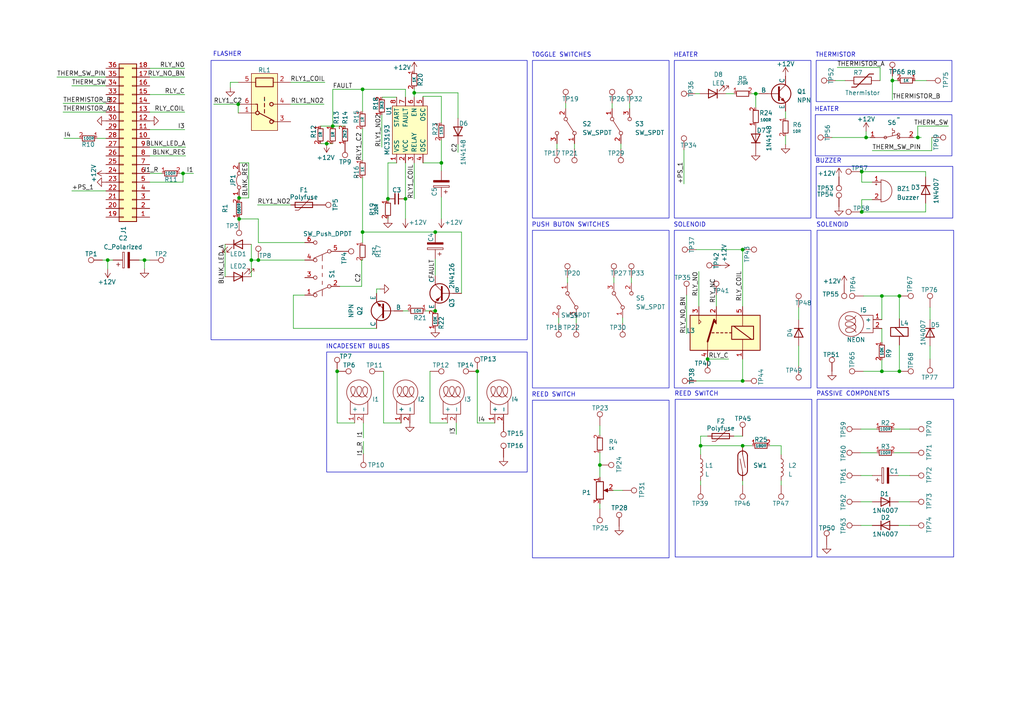
<source format=kicad_sch>
(kicad_sch (version 20230121) (generator eeschema)
  (paper "A4")
  (junction (at 41.91 75.438))
  (junction (at 203.2 129.286))
  (junction (at 260.858 85.852))
  (junction (at 69.088 30.226))
  (junction (at 69.342 63.5))
  (junction (at 126.238 67.31))
  (junction (at 96.52 36.576))
  (junction (at 219.202 27.178))
  (junction (at 255.778 107.696))
  (junction (at 260.858 107.696))
  (junction (at 128.016 47.244))
  (junction (at 74.93 75.438))
  (junction (at 215.392 72.39))
  (junction (at 215.392 129.286))
  (junction (at 251.206 39.878))
  (junction (at 126.238 90.17))
  (junction (at 112.522 57.658))
  (junction (at 105.156 25.908))
  (junction (at 120.142 26.924))
  (junction (at 72.898 75.438))
  (junction (at 105.156 67.31))
  (junction (at 69.342 57.404))
  (junction (at 258.826 23.368))
  (junction (at 255.778 85.852))
  (junction (at 249.936 49.784))
  (junction (at 215.392 110.49))
  (junction (at 138.43 107.696))
  (junction (at 266.192 39.878))
  (junction (at 117.602 57.658))
  (junction (at 205.232 104.14))
  (junction (at 31.242 75.438))
  (junction (at 53.086 50.292))
  (junction (at 94.742 41.656))
  (junction (at 97.79 107.696))
  (junction (at 249.936 61.468))
  (junction (at 173.99 134.874))
  (wire (pts (xy 138.43 122.682) (xy 138.43 107.696)))
  (wire (pts (xy 198.374 43.434) (xy 198.374 53.34)))
  (wire (pts (xy 164.592 80.518) (xy 164.592 82.042)))
  (wire (pts (xy 255.778 107.696) (xy 260.858 107.696)))
  (wire (pts (xy 105.41 128.016) (xy 105.41 131.572)))
  (wire (pts (xy 105.156 37.338) (xy 105.156 46.482)))
  (wire (pts (xy 255.27 23.368) (xy 255.27 19.558)))
  (wire (pts (xy 96.52 36.576) (xy 100.076 36.576)))
  (wire (pts (xy 249.682 137.922) (xy 252.984 137.922)))
  (wire (pts (xy 251.206 39.878) (xy 252.476 39.878)))
  (wire (pts (xy 227.838 39.37) (xy 227.838 41.91)))
  (wire (pts (xy 120.142 47.244) (xy 120.142 57.658)))
  (wire (pts (xy 173.99 134.874) (xy 173.99 138.43)))
  (wire (pts (xy 161.544 41.656) (xy 161.544 43.18)))
  (wire (pts (xy 105.156 67.31) (xy 105.156 70.358)))
  (wire (pts (xy 126.238 75.184) (xy 126.238 80.01)))
  (wire (pts (xy 74.93 75.438) (xy 88.392 75.438)))
  (wire (pts (xy 178.054 80.518) (xy 178.054 82.042)))
  (wire (pts (xy 84.328 23.876) (xy 94.234 23.876)))
  (wire (pts (xy 96.52 36.576) (xy 96.52 25.908)))
  (wire (pts (xy 72.898 70.866) (xy 72.898 75.438)))
  (wire (pts (xy 109.22 83.82) (xy 109.22 85.09)))
  (wire (pts (xy 43.434 37.592) (xy 53.594 37.592)))
  (wire (pts (xy 203.2 129.286) (xy 215.392 129.286)))
  (wire (pts (xy 40.386 75.438) (xy 41.91 75.438)))
  (wire (pts (xy 56.134 50.292) (xy 53.086 50.292)))
  (wire (pts (xy 128.016 35.56) (xy 128.016 27.94)))
  (wire (pts (xy 177.8 142.24) (xy 180.594 142.24)))
  (wire (pts (xy 116.84 90.17) (xy 118.364 90.17)))
  (wire (pts (xy 166.624 41.656) (xy 166.624 43.18)))
  (wire (pts (xy 105.41 127) (xy 105.41 122.682)))
  (wire (pts (xy 215.392 139.446) (xy 215.392 140.716)))
  (wire (pts (xy 31.242 75.438) (xy 32.766 75.438)))
  (wire (pts (xy 92.964 41.656) (xy 94.742 41.656)))
  (wire (pts (xy 249.428 49.784) (xy 249.936 49.784)))
  (wire (pts (xy 138.43 122.682) (xy 143.51 122.682)))
  (wire (pts (xy 199.136 96.774) (xy 199.136 85.598)))
  (wire (pts (xy 251.206 38.1) (xy 251.206 39.878)))
  (wire (pts (xy 69.088 30.226) (xy 69.088 32.766)))
  (wire (pts (xy 255.778 95.25) (xy 255.778 99.314)))
  (wire (pts (xy 180.086 41.656) (xy 180.086 43.18)))
  (wire (pts (xy 249.936 52.832) (xy 252.984 52.832)))
  (wire (pts (xy 203.2 131.826) (xy 203.2 129.286)))
  (wire (pts (xy 117.602 57.658) (xy 117.602 63.5)))
  (wire (pts (xy 203.2 139.446) (xy 203.2 140.716)))
  (wire (pts (xy 203.2 126.492) (xy 205.232 126.492)))
  (wire (pts (xy 72.898 75.438) (xy 72.898 80.264)))
  (wire (pts (xy 128.016 47.244) (xy 122.682 47.244)))
  (wire (pts (xy 266.192 36.576) (xy 266.192 39.878)))
  (wire (pts (xy 43.434 45.212) (xy 53.848 45.212)))
  (wire (pts (xy 72.898 75.438) (xy 74.93 75.438)))
  (wire (pts (xy 269.748 89.154) (xy 269.748 92.71)))
  (wire (pts (xy 18.288 29.972) (xy 30.734 29.972)))
  (wire (pts (xy 69.088 23.876) (xy 66.802 23.876)))
  (wire (pts (xy 120.142 26.924) (xy 132.842 26.924)))
  (wire (pts (xy 249.682 131.318) (xy 254.254 131.318)))
  (wire (pts (xy 30.734 24.892) (xy 20.828 24.892)))
  (wire (pts (xy 249.936 61.468) (xy 268.478 61.468)))
  (wire (pts (xy 43.434 32.512) (xy 53.594 32.512)))
  (wire (pts (xy 255.778 85.852) (xy 260.858 85.852)))
  (wire (pts (xy 126.238 67.31) (xy 133.858 67.31)))
  (wire (pts (xy 275.082 36.576) (xy 266.192 36.576)))
  (wire (pts (xy 43.434 50.292) (xy 46.99 50.292)))
  (wire (pts (xy 74.93 70.358) (xy 74.93 63.5)))
  (wire (pts (xy 28.194 40.132) (xy 30.734 40.132)))
  (wire (pts (xy 259.334 131.318) (xy 263.906 131.318)))
  (wire (pts (xy 266.192 39.878) (xy 267.208 39.878)))
  (wire (pts (xy 162.052 92.202) (xy 162.052 93.726)))
  (wire (pts (xy 41.91 75.438) (xy 43.434 75.438)))
  (wire (pts (xy 84.328 59.436) (xy 74.676 59.436)))
  (wire (pts (xy 102.87 122.682) (xy 97.79 122.682)))
  (wire (pts (xy 211.328 104.14) (xy 205.232 104.14)))
  (wire (pts (xy 249.428 61.468) (xy 249.936 61.468)))
  (wire (pts (xy 61.976 30.226) (xy 69.088 30.226)))
  (wire (pts (xy 128.016 40.64) (xy 128.016 47.244)))
  (wire (pts (xy 260.604 137.922) (xy 263.906 137.922)))
  (wire (pts (xy 242.824 19.558) (xy 255.27 19.558)))
  (wire (pts (xy 260.858 100.076) (xy 260.858 107.696)))
  (wire (pts (xy 259.334 124.46) (xy 263.906 124.46)))
  (wire (pts (xy 249.936 49.784) (xy 249.936 52.832)))
  (wire (pts (xy 201.93 72.39) (xy 215.392 72.39)))
  (wire (pts (xy 177.546 29.972) (xy 177.546 31.496)))
  (wire (pts (xy 69.342 47.244) (xy 72.136 47.244)))
  (wire (pts (xy 268.478 51.308) (xy 268.478 49.784)))
  (wire (pts (xy 258.826 22.098) (xy 258.826 23.368)))
  (wire (pts (xy 258.826 23.368) (xy 258.826 28.956)))
  (wire (pts (xy 249.936 61.468) (xy 249.936 57.912)))
  (wire (pts (xy 255.778 92.71) (xy 255.778 85.852)))
  (wire (pts (xy 260.604 145.542) (xy 263.906 145.542)))
  (wire (pts (xy 250.444 107.696) (xy 255.778 107.696)))
  (wire (pts (xy 249.682 124.46) (xy 254.254 124.46)))
  (wire (pts (xy 173.99 131.318) (xy 173.99 134.874)))
  (wire (pts (xy 252.984 43.688) (xy 270.256 43.688)))
  (wire (pts (xy 105.156 51.562) (xy 105.156 67.31)))
  (wire (pts (xy 215.392 129.286) (xy 218.186 129.286)))
  (wire (pts (xy 201.93 110.49) (xy 215.392 110.49)))
  (wire (pts (xy 43.434 52.832) (xy 53.086 52.832)))
  (wire (pts (xy 105.156 25.908) (xy 105.156 32.258)))
  (wire (pts (xy 132.842 26.924) (xy 132.842 34.29)))
  (wire (pts (xy 249.936 57.912) (xy 252.984 57.912)))
  (wire (pts (xy 85.09 85.598) (xy 85.09 95.25)))
  (wire (pts (xy 96.52 25.908) (xy 105.156 25.908)))
  (wire (pts (xy 250.444 85.852) (xy 255.778 85.852)))
  (wire (pts (xy 88.392 85.598) (xy 85.09 85.598)))
  (wire (pts (xy 249.682 152.4) (xy 252.984 152.4)))
  (wire (pts (xy 53.086 52.832) (xy 53.086 50.292)))
  (wire (pts (xy 110.744 28.194) (xy 115.062 28.194)))
  (wire (pts (xy 226.568 129.286) (xy 226.568 131.826)))
  (wire (pts (xy 268.478 49.784) (xy 249.936 49.784)))
  (wire (pts (xy 173.99 146.05) (xy 173.99 147.574)))
  (wire (pts (xy 203.2 129.286) (xy 203.2 126.492)))
  (wire (pts (xy 133.858 85.09) (xy 133.858 67.31)))
  (wire (pts (xy 201.676 27.178) (xy 202.946 27.178)))
  (wire (pts (xy 202.692 78.74) (xy 202.692 88.9)))
  (wire (pts (xy 97.79 122.682) (xy 97.79 107.696)))
  (wire (pts (xy 164.084 29.972) (xy 164.084 31.496)))
  (wire (pts (xy 231.648 100.33) (xy 231.648 106.172)))
  (wire (pts (xy 128.016 47.244) (xy 128.016 49.53)))
  (wire (pts (xy 85.09 95.25) (xy 109.22 95.25)))
  (wire (pts (xy 227.838 32.258) (xy 227.838 34.29)))
  (wire (pts (xy 18.542 40.132) (xy 23.114 40.132)))
  (wire (pts (xy 117.602 25.908) (xy 117.602 28.194)))
  (wire (pts (xy 110.744 33.274) (xy 110.744 42.672)))
  (wire (pts (xy 264.922 39.878) (xy 266.192 39.878)))
  (wire (pts (xy 104.902 75.438) (xy 104.902 83.058)))
  (wire (pts (xy 122.682 27.94) (xy 122.682 28.194)))
  (wire (pts (xy 16.51 22.352) (xy 30.734 22.352)))
  (wire (pts (xy 128.016 57.15) (xy 128.016 63.5)))
  (wire (pts (xy 212.852 126.492) (xy 215.392 126.492)))
  (wire (pts (xy 215.392 104.14) (xy 215.392 110.49)))
  (wire (pts (xy 268.732 23.368) (xy 265.43 23.368)))
  (wire (pts (xy 126.238 67.564) (xy 126.238 67.31)))
  (wire (pts (xy 268.478 58.928) (xy 268.478 61.468)))
  (wire (pts (xy 249.682 145.542) (xy 252.984 145.542)))
  (wire (pts (xy 104.902 83.058) (xy 98.552 83.058)))
  (wire (pts (xy 219.202 27.178) (xy 220.218 27.178)))
  (wire (pts (xy 84.328 30.226) (xy 93.98 30.226)))
  (wire (pts (xy 112.522 58.166) (xy 112.522 57.658)))
  (wire (pts (xy 129.794 122.682) (xy 124.714 122.682)))
  (wire (pts (xy 241.3 39.878) (xy 251.206 39.878)))
  (wire (pts (xy 41.91 75.438) (xy 41.91 77.978)))
  (wire (pts (xy 120.142 28.194) (xy 120.142 26.924)))
  (wire (pts (xy 69.342 57.912) (xy 69.342 57.404)))
  (wire (pts (xy 43.434 42.672) (xy 53.848 42.672)))
  (wire (pts (xy 66.802 23.876) (xy 66.802 25.4)))
  (wire (pts (xy 231.648 89.154) (xy 231.648 92.71)))
  (wire (pts (xy 18.288 32.512) (xy 30.734 32.512)))
  (wire (pts (xy 43.434 22.352) (xy 53.594 22.352)))
  (wire (pts (xy 112.522 63.246) (xy 112.522 63.5)))
  (wire (pts (xy 126.238 90.17) (xy 123.444 90.17)))
  (wire (pts (xy 126.238 67.31) (xy 105.156 67.31)))
  (wire (pts (xy 219.202 27.178) (xy 219.202 31.242)))
  (wire (pts (xy 128.016 27.94) (xy 122.682 27.94)))
  (wire (pts (xy 65.278 70.866) (xy 65.278 80.264)))
  (wire (pts (xy 31.242 75.438) (xy 31.242 77.978)))
  (wire (pts (xy 74.93 63.5) (xy 69.342 63.5)))
  (wire (pts (xy 173.99 123.444) (xy 173.99 126.238)))
  (wire (pts (xy 207.772 85.598) (xy 207.772 88.9)))
  (wire (pts (xy 94.742 41.656) (xy 96.52 41.656)))
  (wire (pts (xy 69.342 57.404) (xy 72.136 57.404)))
  (wire (pts (xy 226.568 139.446) (xy 226.568 140.716)))
  (wire (pts (xy 132.334 122.682) (xy 132.334 125.984)))
  (wire (pts (xy 72.136 57.404) (xy 72.136 47.244)))
  (wire (pts (xy 105.156 75.438) (xy 104.902 75.438)))
  (wire (pts (xy 92.964 36.576) (xy 96.52 36.576)))
  (wire (pts (xy 105.156 25.908) (xy 117.602 25.908)))
  (wire (pts (xy 217.932 27.178) (xy 219.202 27.178)))
  (wire (pts (xy 43.434 27.432) (xy 53.594 27.432)))
  (wire (pts (xy 88.392 70.358) (xy 74.93 70.358)))
  (wire (pts (xy 270.256 39.878) (xy 270.256 43.688)))
  (wire (pts (xy 69.342 63.5) (xy 69.342 62.992)))
  (wire (pts (xy 53.086 50.292) (xy 52.07 50.292)))
  (wire (pts (xy 223.266 129.286) (xy 226.568 129.286)))
  (wire (pts (xy 69.342 64.262) (xy 69.342 63.5)))
  (wire (pts (xy 260.858 85.852) (xy 260.858 92.456)))
  (wire (pts (xy 120.142 25.654) (xy 120.142 26.924)))
  (wire (pts (xy 269.748 100.33) (xy 269.748 104.14)))
  (wire (pts (xy 112.522 47.244) (xy 112.522 57.658)))
  (wire (pts (xy 260.604 152.4) (xy 263.906 152.4)))
  (wire (pts (xy 30.734 55.372) (xy 20.828 55.372)))
  (wire (pts (xy 183.134 80.518) (xy 183.134 82.042)))
  (wire (pts (xy 116.332 122.682) (xy 111.252 122.682)))
  (wire (pts (xy 43.434 19.812) (xy 53.594 19.812)))
  (wire (pts (xy 255.778 104.394) (xy 255.778 107.696)))
  (wire (pts (xy 260.35 23.368) (xy 258.826 23.368)))
  (wire (pts (xy 111.252 122.682) (xy 111.252 107.696)))
  (wire (pts (xy 124.714 122.682) (xy 124.714 107.696)))
  (wire (pts (xy 182.626 29.972) (xy 182.626 31.496)))
  (wire (pts (xy 29.718 75.438) (xy 31.242 75.438)))
  (wire (pts (xy 117.602 47.244) (xy 117.602 57.658)))
  (wire (pts (xy 210.566 27.178) (xy 212.852 27.178)))
  (wire (pts (xy 115.062 47.244) (xy 112.522 47.244)))
  (wire (pts (xy 110.236 83.82) (xy 109.22 83.82)))
  (wire (pts (xy 242.316 23.368) (xy 245.11 23.368)))
  (wire (pts (xy 167.132 92.202) (xy 167.132 93.726)))
  (wire (pts (xy 215.392 72.39) (xy 215.392 88.9)))
  (wire (pts (xy 180.594 92.202) (xy 180.594 93.726)))
  (wire (pts (xy 132.842 44.196) (xy 132.842 41.91)))
  (rectangle (start 61.214 17.526) (end 152.908 98.552))
  (rectangle (start 236.982 115.824) (end 276.606 161.544))
  (rectangle (start 236.728 48.26) (end 276.352 63.246))
  (rectangle (start 94.742 102.108) (end 152.908 136.906))
  (rectangle (start 154.432 116.078) (end 194.056 161.798))
  (rectangle (start 195.834 115.824) (end 235.458 161.544))
  (rectangle (start 195.58 17.526) (end 235.204 63.246))
  (rectangle (start 154.432 66.802) (end 194.056 112.522))
  (rectangle (start 236.474 33.274) (end 276.098 45.212))
  (rectangle (start 195.58 66.802) (end 235.204 112.522))
  (rectangle (start 154.432 17.526) (end 194.056 63.246))
  (rectangle (start 236.982 66.802) (end 276.606 112.522))
  (rectangle (start 236.728 17.526) (end 276.098 29.464))
  (text "REED SWITCH\n" (at 154.178 115.316 0) (effects (font (size 1.27 1.27)) (justify left bottom)))
  (text "TOGGLE SWITCHES\n" (at 154.178 16.764 0) (effects (font (size 1.27 1.27)) (justify left bottom)))
  (text "SOLENOID\n" (at 236.728 66.04 0) (effects (font (size 1.27 1.27)) (justify left bottom)))
  (text "HEATER\n" (at 195.326 16.764 0) (effects (font (size 1.27 1.27)) (justify left bottom)))
  (text "PASSIVE COMPONENTS" (at 236.728 115.062 0) (effects (font (size 1.27 1.27)) (justify left bottom)))
  (text "PUSH BUTON SWITCHES" (at 154.178 66.04 0) (effects (font (size 1.27 1.27)) (justify left bottom)))
  (text "FLASHER" (at 61.722 16.51 0) (effects (font (size 1.27 1.27)) (justify left bottom)))
  (text "REED SWITCH\n" (at 195.58 115.062 0) (effects (font (size 1.27 1.27)) (justify left bottom)))
  (text "SOLENOID\n" (at 195.326 66.04 0) (effects (font (size 1.27 1.27)) (justify left bottom)))
  (text "HEATER\n" (at 236.22 32.512 0) (effects (font (size 1.27 1.27)) (justify left bottom)))
  (text "BUZZER\n" (at 236.474 47.498 0) (effects (font (size 1.27 1.27)) (justify left bottom)))
  (text "INCADESENT BULBS" (at 94.488 101.346 0) (effects (font (size 1.27 1.27)) (justify left bottom)))
  (text "THERMISTOR\n" (at 236.474 16.764 0) (effects (font (size 1.27 1.27)) (justify left bottom)))
  (label "RLY1_C2" (at 61.976 30.226 0))
  (label "FAULT" (at 96.52 25.908 0))
  (label "BLNK_LED_A" (at 53.848 42.672 180))
  (label "THERM_SW" (at 20.828 24.892 0))
  (label "+PS_1" (at 198.374 53.34 90))
  (label "RLY_NC" (at 207.772 87.884 90))
  (label "+PS_1" (at 20.828 55.372 0))
  (label "RLY1_COIL" (at 120.142 57.658 90))
  (label "I1_R" (at 45.974 50.292 180))
  (label "FAULT" (at 126.238 75.184 270))
  (label "RLY_COIL" (at 53.594 32.512 180))
  (label "RLY_NO_BN" (at 53.594 22.352 180))
  (label "RLY_NO_BN" (at 199.136 96.774 90))
  (label "I4" (at 18.542 40.132 0))
  (label "THERMISTOR_A" (at 242.824 19.558 0))
  (label "RLY1_NO2" (at 74.676 59.436 0))
  (label "RLY_NO" (at 202.692 78.74 270))
  (label "BLNK_LED_A" (at 65.278 70.866 270))
  (label "BLNK_RES" (at 53.848 45.212 180))
  (label "BLNK_RES" (at 72.136 56.896 90))
  (label "RLY1_NO2" (at 110.744 42.672 90))
  (label "RLY_C" (at 211.328 104.14 180))
  (label "RLY1_COIL" (at 94.234 23.876 180))
  (label "C2" (at 104.902 79.248 270))
  (label "THERMISTOR_B" (at 258.826 28.956 0))
  (label "C2" (at 132.842 44.196 90))
  (label "I3" (at 132.334 125.984 90))
  (label "RLY_NO" (at 53.594 19.812 180))
  (label "I3" (at 53.594 37.592 180))
  (label "THERM_SW" (at 275.082 36.576 180))
  (label "I1_R" (at 105.41 128.016 270))
  (label "THERM_SW_PIN" (at 16.51 22.352 0))
  (label "I1" (at 56.134 50.292 180))
  (label "I4" (at 140.716 122.682 180))
  (label "RLY1_NO2" (at 93.98 30.226 180))
  (label "RLY_COIL" (at 215.392 87.376 90))
  (label "THERMISTOR_B" (at 18.288 29.972 0))
  (label "I1" (at 105.41 127 90))
  (label "THERMISTOR_A" (at 18.288 32.512 0))
  (label "THERM_SW_PIN" (at 252.984 43.688 0))
  (label "RLY1_C2" (at 105.156 38.354 270))
  (label "RLY_C" (at 53.594 27.432 180))
  (symbol (lib_id "Connector:TestPoint") (at 244.856 82.55 180) (unit 1)
    (property "Reference" "TP55" (at 238.506 85.344 0) (effects (justify right)))
    (property "Value" "TestPoint" (effects hide))
    (property "Footprint" "firmlogik-conn:2mm BANANNA PLUG" (effects hide))
  )
  (symbol (lib_id "Connector:TestPoint") (at 205.232 104.14 180) (unit 1)
    (property "Reference" "TP40" (at 201.422 105.41 0) (effects (justify right)))
    (property "Value" "TestPoint" (effects hide))
    (property "Footprint" "firmlogik-conn:2mm BANANNA PLUG" (effects hide))
  )
  (symbol (lib_id "Connector:TestPoint") (at 182.626 29.972 0) (unit 1)
    (property "Reference" "TP32" (at 186.436 28.702 0) (effects (justify right)))
    (property "Value" "TestPoint" (effects hide))
    (property "Footprint" "firmlogik-conn:2mm BANANNA PLUG" (effects hide))
  )
  (symbol (lib_id "Connector:TestPoint") (at 178.054 80.518 0) (unit 1)
    (property "Reference" "TP27" (at 181.864 79.248 0) (effects (justify right)))
    (property "Value" "TestPoint" (effects hide))
    (property "Footprint" "firmlogik-conn:2mm BANANNA PLUG" (effects hide))
  )
  (symbol (lib_id "Connector:TestPoint") (at 258.826 22.098 0) (unit 1)
    (property "Reference" "TP66" (at 262.636 20.828 0) (effects (justify right)))
    (property "Value" "TestPoint" (effects hide))
    (property "Footprint" "firmlogik-conn:2mm BANANNA PLUG" (effects hide))
  )
  (symbol (lib_id "firmlogik-resistor-0603:RES-2K2-0603-1P") (at 100.076 39.116 180) (unit 1)
    (property "Reference" "R14" (at 100.076 36.068 90) (effects (justify right)))
    (property "Value" "2K2" (at 100.076 40.132 90) (effects (font (size 0.8 0.8)) (justify right)))
    (property "Footprint" "Resistor_THT:R_Axial_DIN0207_L6.3mm_D2.5mm_P10.16mm_Horizontal" (effects hide))
  )
  (symbol (lib_id "Device:C_Polarized") (at 256.794 137.922 90) (unit 1)
    (property "Reference" "C1" (at 259.334 136.652 90))
    (property "Value" "C_Polarized" (effects hide))
    (property "Footprint" "Capacitor_THT:CP_Radial_D10.0mm_P5.00mm" (effects hide))
  )
  (symbol (lib_id "firmlogik-optical:INCADESCENT-BULB") (at 253.238 93.98 90) (mirror x) (unit 1)
    (property "Reference" "I5" (at 250.444 89.916 90))
    (property "Value" "NEON" (at 248.2669 98.552 90))
    (property "Footprint" "firmlogik-opto:NEON BULB" (effects hide))
  )
  (symbol (lib_id "Device:LED") (at 206.756 27.178 180) (unit 1)
    (property "Reference" "D8" (at 208.3435 21.59 0))
    (property "Value" "LED" (at 208.3435 24.13 0))
    (property "Footprint" "LED_THT:LED_D3.0mm" (effects hide))
  )
  (symbol (lib_id "firmlogik-resistor-0603:RES-10K-0603-1P") (at 120.904 90.17 270) (unit 1)
    (property "Reference" "R21" (at 119.888 92.202 90) (effects (justify left)))
    (property "Value" "10K" (at 119.888 90.17 90) (effects (font (size 0.8 0.8)) (justify left)))
    (property "Footprint" "Resistor_THT:R_Axial_DIN0207_L6.3mm_D2.5mm_P10.16mm_Horizontal" (effects hide))
  )
  (symbol (lib_id "firmlogik-resistor-0603:RES-100R-0603-1P") (at 25.654 40.132 270) (unit 1)
    (property "Reference" "R10" (at 23.622 41.91 90) (effects (justify left)))
    (property "Value" "100R" (at 24.13 40.132 90) (effects (font (size 0.8 0.8)) (justify left)))
    (property "Footprint" "Resistor_SMD:R_0603_1608Metric" (effects hide))
  )
  (symbol (lib_id "Connector_Generic:Conn_02x18_Top_Bottom") (at 38.354 42.672 180) (unit 1)
    (property "Reference" "J1" (at 35.8139 65.532 90) (effects (justify left)))
    (property "Value" "Conn_02x18_Top_Bottom" (effects hide))
    (property "Footprint" "firmlogik-conn:Centronics Connector" (effects hide))
  )
  (symbol (lib_id "Connector:TestPoint") (at 250.444 107.696 90) (unit 1)
    (property "Reference" "TP65" (at 247.142 101.854 0) (effects (justify right)))
    (property "Value" "TestPoint" (effects hide))
    (property "Footprint" "firmlogik-conn:2mm BANANNA PLUG" (effects hide))
  )
  (symbol (lib_id "Connector:TestPoint") (at 268.732 23.368 270) (unit 1)
    (property "Reference" "TP75" (at 274.32 25.654 0) (effects (justify right)))
    (property "Value" "TestPoint" (effects hide))
    (property "Footprint" "firmlogik-conn:2mm BANANNA PLUG" (effects hide))
  )
  (symbol (lib_id "Connector:TestPoint") (at 215.392 72.39 270) (unit 1)
    (property "Reference" "TP43" (at 216.662 76.2 0) (effects (justify right)))
    (property "Value" "TestPoint" (effects hide))
    (property "Footprint" "firmlogik-conn:2mm BANANNA PLUG" (effects hide))
  )
  (symbol (lib_id "Connector:TestPoint") (at 180.594 142.24 270) (unit 1)
    (property "Reference" "TP31" (at 186.182 144.526 0) (effects (justify right)))
    (property "Value" "TestPoint" (effects hide))
    (property "Footprint" "firmlogik-conn:2mm BANANNA PLUG" (effects hide))
  )
  (symbol (lib_id "power:+12V") (at 243.332 51.308 0) (unit 1)
    (property "Reference" "#PWR024" (effects hide))
    (property "Value" "+12V" (at 239.776 50.292 0))
  )
  (symbol (lib_id "Connector:TestPoint") (at 173.99 134.874 270) (unit 1)
    (property "Reference" "TP24" (at 179.578 137.16 0) (effects (justify right)))
    (property "Value" "TestPoint" (effects hide))
    (property "Footprint" "firmlogik-conn:2mm BANANNA PLUG" (effects hide))
  )
  (symbol (lib_id "Connector:TestPoint") (at 263.906 137.922 270) (unit 1)
    (property "Reference" "TP72" (at 269.494 140.208 0) (effects (justify right)))
    (property "Value" "TestPoint" (effects hide))
    (property "Footprint" "firmlogik-conn:2mm BANANNA PLUG" (effects hide))
  )
  (symbol (lib_id "Connector:TestPoint") (at 91.948 59.436 270) (unit 1)
    (property "Reference" "TP5" (at 97.282 61.214 0) (effects (justify right)))
    (property "Value" "TestPoint" (effects hide))
    (property "Footprint" "firmlogik-conn:2mm BANANNA PLUG" (effects hide))
  )
  (symbol (lib_id "Device:C_Polarized") (at 126.238 71.374 180) (unit 1)
    (property "Reference" "C4" (at 124.968 68.834 90))
    (property "Value" "C_Polarized" (effects hide))
    (property "Footprint" "Capacitor_THT:CP_Radial_D5.0mm_P2.50mm" (effects hide))
  )
  (symbol (lib_id "Connector:TestPoint") (at 164.592 80.518 0) (unit 1)
    (property "Reference" "TP20" (at 168.402 79.248 0) (effects (justify right)))
    (property "Value" "TestPoint" (effects hide))
    (property "Footprint" "firmlogik-conn:2mm BANANNA PLUG" (effects hide))
  )
  (symbol (lib_id "power:GND") (at 146.05 132.588 0) (unit 1)
    (property "Reference" "#PWR016" (effects hide))
    (property "Value" "GND" (effects hide))
  )
  (symbol (lib_id "Connector:TestPoint") (at 100.076 41.656 180) (unit 1)
    (property "Reference" "TP9" (at 98.298 46.99 0) (effects (justify right)))
    (property "Value" "TestPoint" (effects hide))
    (property "Footprint" "firmlogik-conn:2mm BANANNA PLUG" (effects hide))
  )
  (symbol (lib_id "Connector:TestPoint") (at 138.43 107.696 0) (unit 1)
    (property "Reference" "TP13" (at 144.018 104.14 0) (effects (justify right)))
    (property "Value" "TestPoint" (effects hide))
    (property "Footprint" "firmlogik-conn:2mm BANANNA PLUG" (effects hide))
  )
  (symbol (lib_id "Device:LED") (at 69.088 80.264 180) (unit 1)
    (property "Reference" "LED2" (at 69.088 77.216 0))
    (property "Value" "LED" (effects hide))
    (property "Footprint" "LED_THT:LED_D3.0mm" (effects hide))
  )
  (symbol (lib_id "power:+12V") (at 31.242 77.978 180) (unit 1)
    (property "Reference" "#PWR01" (effects hide))
    (property "Value" "+12V" (at 30.988 81.788 0))
  )
  (symbol (lib_id "Connector:TestPoint") (at 269.748 89.154 0) (unit 1)
    (property "Reference" "TP76" (at 272.034 84.074 0) (effects (justify right)))
    (property "Value" "TestPoint" (effects hide))
    (property "Footprint" "firmlogik-conn:2mm BANANNA PLUG" (effects hide))
  )
  (symbol (lib_id "Connector:TestPoint") (at 201.93 110.49 90) (unit 1)
    (property "Reference" "TP38" (at 200.66 106.68 0) (effects (justify right)))
    (property "Value" "TestPoint" (effects hide))
    (property "Footprint" "firmlogik-conn:2mm BANANNA PLUG" (effects hide))
  )
  (symbol (lib_id "Connector:TestPoint") (at 201.676 27.178 90) (unit 1)
    (property "Reference" "TP36" (at 200.406 23.368 0) (effects (justify right)))
    (property "Value" "TestPoint" (effects hide))
    (property "Footprint" "firmlogik-conn:2mm BANANNA PLUG" (effects hide))
  )
  (symbol (lib_id "Device:L") (at 226.568 135.636 0) (unit 1)
    (property "Reference" "L2" (at 228.6 135.001 0) (effects (justify left)))
    (property "Value" "L" (at 228.6 137.541 0) (effects (justify left)))
  )
  (symbol (lib_id "Connector:TestPoint") (at 215.392 110.49 270) (unit 1)
    (property "Reference" "TP44" (at 220.726 111.76 0) (effects (justify right)))
    (property "Value" "TestPoint" (effects hide))
    (property "Footprint" "firmlogik-conn:2mm BANANNA PLUG" (effects hide))
  )
  (symbol (lib_id "power:GND") (at 66.802 25.4 0) (unit 1)
    (property "Reference" "#PWR07" (effects hide))
    (property "Value" "GND" (effects hide))
  )
  (symbol (lib_id "power:+12V") (at 251.206 38.1 0) (unit 1)
    (property "Reference" "#PWR027" (effects hide))
    (property "Value" "+12V" (at 251.206 34.544 0))
  )
  (symbol (lib_id "firmlogik-optical:INCADESCENT-BULB") (at 144.78 120.142 0) (unit 1)
    (property "Reference" "I4" (at 148.336 115.824 0) (effects (justify left)))
    (property "Value" "INCADESCENT-BULB" (effects hide))
    (property "Footprint" "firmlogik-opto:INCADESCENT BULB" (effects hide))
  )
  (symbol (lib_id "power:GND") (at 126.238 95.25 0) (unit 1)
    (property "Reference" "#PWR014" (effects hide))
    (property "Value" "GND" (effects hide))
  )
  (symbol (lib_id "Connector:TestPoint") (at 249.682 152.4 90) (unit 1)
    (property "Reference" "TP63" (at 244.602 150.114 0) (effects (justify right)))
    (property "Value" "TestPoint" (effects hide))
    (property "Footprint" "firmlogik-conn:2mm BANANNA PLUG" (effects hide))
  )
  (symbol (lib_id "firmlogik-resistor-0603:RES-1K-0603-1P") (at 173.99 128.778 180) (unit 1)
    (property "Reference" "R4" (at 176.53 128.143 0) (effects (justify right)))
    (property "Value" "1K" (at 176.53 130.048 0) (effects (font (size 0.8 0.8)) (justify right)))
    (property "Footprint" "Resistor_THT:R_Axial_DIN0207_L6.3mm_D2.5mm_P10.16mm_Horizontal" (effects hide))
  )
  (symbol (lib_id "Device:Buzzer") (at 255.524 55.372 0) (unit 1)
    (property "Reference" "BZ1" (at 260.096 54.737 0) (effects (justify left)))
    (property "Value" "Buzzer" (at 260.096 57.277 0) (effects (justify left)))
    (property "Footprint" "firmlogik-mech:BUZZER 12mm Pitch 7.6mm" (effects hide))
  )
  (symbol (lib_id "Connector:TestPoint") (at 173.99 147.574 180) (unit 1)
    (property "Reference" "TP25" (at 171.704 153.162 0) (effects (justify right)))
    (property "Value" "TestPoint" (effects hide))
    (property "Footprint" "firmlogik-conn:2mm BANANNA PLUG" (effects hide))
  )
  (symbol (lib_id "Connector:TestPoint") (at 243.332 59.944 0) (unit 1)
    (property "Reference" "TP54" (at 241.808 56.388 0) (effects (justify right)))
    (property "Value" "TestPoint" (effects hide))
    (property "Footprint" "firmlogik-conn:2mm BANANNA PLUG" (effects hide))
  )
  (symbol (lib_id "Device:C_Polarized") (at 36.576 75.438 90) (unit 1)
    (property "Reference" "C2" (at 35.687 69.088 90))
    (property "Value" "C_Polarized" (at 35.687 71.628 90))
    (property "Footprint" "Capacitor_THT:CP_Radial_D6.3mm_P2.50mm" (effects hide))
  )
  (symbol (lib_id "Diode:1N4148") (at 219.202 40.132 90) (unit 1)
    (property "Reference" "D7" (at 219.456 37.846 90) (effects (justify right)))
    (property "Value" "1N4148" (at 223.012 36.322 0) (effects (justify right)))
    (property "Footprint" "Diode_THT:D_DO-35_SOD27_P7.62mm_Horizontal" (effects hide))
    (property "Datasheet" "https://assets.nexperia.com/documents/data-sheet/1N4148_1N4448.pdf" (effects hide))
    (property "Sim.Device" "D" (effects hide))
    (property "Sim.Pins" "1=K 2=A" (effects hide))
  )
  (symbol (lib_id "Diode:1N4007") (at 268.478 55.118 270) (unit 1)
    (property "Reference" "D3" (at 264.16 54.356 90) (effects (justify left)))
    (property "Value" "1N4007" (at 271.526 51.562 0) (effects (justify left)))
    (property "Footprint" "Diode_THT:D_DO-41_SOD81_P10.16mm_Horizontal" (effects hide))
    (property "Datasheet" "http://www.vishay.com/docs/88503/1n4001.pdf" (effects hide))
    (property "Sim.Device" "D" (effects hide))
    (property "Sim.Pins" "1=K 2=A" (effects hide))
  )
  (symbol (lib_id "Connector:TestPoint") (at 249.682 131.318 90) (unit 1)
    (property "Reference" "TP60" (at 244.602 129.032 0) (effects (justify right)))
    (property "Value" "TestPoint" (effects hide))
    (property "Footprint" "firmlogik-conn:2mm BANANNA PLUG" (effects hide))
  )
  (symbol (lib_id "Connector:TestPoint") (at 74.93 75.438 0) (unit 1)
    (property "Reference" "TP8" (at 78.74 74.168 0) (effects (justify right)))
    (property "Value" "TestPoint" (effects hide))
    (property "Footprint" "firmlogik-conn:2mm BANANNA PLUG" (effects hide))
  )
  (symbol (lib_id "Connector:TestPoint") (at 199.136 85.598 0) (unit 1)
    (property "Reference" "TP35" (at 200.406 80.518 0) (effects (justify right)))
    (property "Value" "TestPoint" (effects hide))
    (property "Footprint" "firmlogik-conn:2mm BANANNA PLUG" (effects hide))
  )
  (symbol (lib_id "firmlogik-resistor-0603:RES-1K-0603-1P") (at 120.142 23.114 0) (unit 1)
    (property "Reference" "R20" (at 121.92 23.114 90))
    (property "Value" "1K" (at 120.142 23.114 90) (effects (font (size 0.8 0.8))))
    (property "Footprint" "Resistor_THT:R_Axial_DIN0207_L6.3mm_D2.5mm_P10.16mm_Horizontal" (effects hide))
  )
  (symbol (lib_id "Switch:SW_Push_DPDT") (at 93.472 77.978 180) (unit 1)
    (property "Reference" "S1" (at 96.266 80.772 90) (effects (justify right)))
    (property "Value" "SW_Push_DPDT" (at 87.884 67.818 0) (effects (justify right)))
    (property "Footprint" "firmlogik-mech:DPDT MECHANICAL" (effects hide))
  )
  (symbol (lib_id "Device:L") (at 203.2 135.636 0) (unit 1)
    (property "Reference" "L1" (at 204.47 135.001 0) (effects (justify left)))
    (property "Value" "L" (at 204.47 137.541 0) (effects (justify left)))
  )
  (symbol (lib_id "Jumper:Jumper_2_Bridged") (at 69.342 52.324 90) (unit 1)
    (property "Reference" "JP1" (at 67.564 52.324 0))
    (property "Value" "Jumper_2_Bridged" (effects hide))
    (property "Footprint" "TestPoint:TestPoint_Bridge_Pitch3.81mm_Drill1.3mm" (effects hide))
  )
  (symbol (lib_id "firmlogik-mech:THERMAL_SWITCH") (at 260.604 39.878 0) (unit 1)
    (property "Reference" "S6" (at 258.699 35.56 0))
    (property "Value" "~" (at 260.604 34.163 0))
    (property "Footprint" "Capacitor_THT:C_Disc_D4.3mm_W1.9mm_P5.00mm" (effects hide))
  )
  (symbol (lib_id "Connector:TestPoint") (at 69.342 64.262 180) (unit 1)
    (property "Reference" "TP3" (at 65.532 65.532 0) (effects (justify right)))
    (property "Value" "TestPoint" (effects hide))
    (property "Footprint" "firmlogik-conn:2mm BANANNA PLUG" (effects hide))
  )
  (symbol (lib_id "Connector:TestPoint") (at 177.546 29.972 0) (unit 1)
    (property "Reference" "TP26" (at 181.356 28.702 0) (effects (justify right)))
    (property "Value" "TestPoint" (effects hide))
    (property "Footprint" "firmlogik-conn:2mm BANANNA PLUG" (effects hide))
  )
  (symbol (lib_id "Connector:TestPoint") (at 263.906 152.4 270) (unit 1)
    (property "Reference" "TP74" (at 269.494 154.686 0) (effects (justify right)))
    (property "Value" "TestPoint" (effects hide))
    (property "Footprint" "firmlogik-conn:2mm BANANNA PLUG" (effects hide))
  )
  (symbol (lib_id "firmlogik-resistor-0603:RES-10R-0603-1P") (at 227.838 36.83 0) (unit 1)
    (property "Reference" "R6" (at 229.87 36.195 0) (effects (justify left)))
    (property "Value" "10R" (at 229.87 38.1 0) (effects (font (size 0.8 0.8)) (justify left)))
    (property "Footprint" "Resistor_THT:R_Axial_DIN0516_L15.5mm_D5.0mm_P20.32mm_Horizontal" (effects hide))
  )
  (symbol (lib_id "power:+12V") (at 209.042 76.962 270) (unit 1)
    (property "Reference" "#PWR018" (effects hide))
    (property "Value" "+12V" (at 210.058 73.406 0))
  )
  (symbol (lib_id "firmlogik-resistor-0603:RES-100R-0603-1P") (at 219.202 33.782 180) (unit 1)
    (property "Reference" "R24" (at 220.218 32.766 0) (effects (justify right)))
    (property "Value" "100R" (at 220.472 34.798 0) (effects (font (size 0.8 0.8)) (justify right)))
    (property "Footprint" "Resistor_THT:R_Axial_DIN0207_L6.3mm_D2.5mm_P10.16mm_Horizontal" (effects hide))
  )
  (symbol (lib_id "Connector:TestPoint") (at 242.316 23.368 90) (unit 1)
    (property "Reference" "TP52" (at 241.046 19.558 0) (effects (justify right)))
    (property "Value" "TestPoint" (effects hide))
    (property "Footprint" "firmlogik-conn:2mm BANANNA PLUG" (effects hide))
  )
  (symbol (lib_id "Connector:TestPoint") (at 105.41 131.572 180) (unit 1)
    (property "Reference" "TP10" (at 106.68 134.874 0) (effects (justify right)))
    (property "Value" "TestPoint" (effects hide))
    (property "Footprint" "firmlogik-conn:2mm BANANNA PLUG" (effects hide))
  )
  (symbol (lib_id "Connector:TestPoint") (at 250.444 85.852 90) (unit 1)
    (property "Reference" "TP64" (at 247.396 80.01 0) (effects (justify right)))
    (property "Value" "TestPoint" (effects hide))
    (property "Footprint" "firmlogik-conn:2mm BANANNA PLUG" (effects hide))
  )
  (symbol (lib_id "Device:ElectromagneticActor") (at 260.858 97.536 0) (unit 1)
    (property "Reference" "L4" (at 261.112 93.726 0) (effects (justify left)))
    (property "Value" "ElectromagneticActor" (effects hide))
    (property "Footprint" "firmlogik-mech:ADAFruit Solenoid" (effects hide))
  )
  (symbol (lib_id "Connector:TestPoint") (at 183.134 80.518 0) (unit 1)
    (property "Reference" "TP33" (at 186.944 79.248 0) (effects (justify right)))
    (property "Value" "TestPoint" (effects hide))
    (property "Footprint" "firmlogik-conn:2mm BANANNA PLUG" (effects hide))
  )
  (symbol (lib_id "power:GND") (at 179.578 152.654 0) (unit 1)
    (property "Reference" "#PWR017" (effects hide))
    (property "Value" "GND" (effects hide))
  )
  (symbol (lib_id "power:GND") (at 41.91 77.978 0) (unit 1)
    (property "Reference" "#PWR05" (effects hide))
    (property "Value" "GND" (effects hide))
  )
  (symbol (lib_id "Connector:TestPoint") (at 180.086 43.18 180) (unit 1)
    (property "Reference" "TP29" (at 176.276 44.45 0) (effects (justify right)))
    (property "Value" "TestPoint" (effects hide))
    (property "Footprint" "firmlogik-conn:2mm BANANNA PLUG" (effects hide))
  )
  (symbol (lib_id "firmlogik-resistor-0603:RES-100R-0603-1P") (at 49.53 50.292 90) (unit 1)
    (property "Reference" "R11" (at 51.562 52.07 90) (effects (justify left)))
    (property "Value" "100R" (at 51.054 50.292 90) (effects (font (size 0.8 0.8)) (justify left)))
    (property "Footprint" "Resistor_SMD:R_0603_1608Metric" (effects hide))
  )
  (symbol (lib_id "Device:Thermistor") (at 250.19 23.368 90) (unit 1)
    (property "Reference" "R7" (at 250.19 21.082 90) (effects (justify left)))
    (property "Value" "Thermistor" (at 255.27 26.924 90) (effects (justify left)))
    (property "Footprint" "Resistor_THT:R_Radial_Power_L11.0mm_W7.0mm_P5.00mm" (effects hide))
  )
  (symbol (lib_id "Connector:TestPoint") (at 173.99 123.444 0) (unit 1)
    (property "Reference" "TP23" (at 176.53 118.364 0) (effects (justify right)))
    (property "Value" "TestPoint" (effects hide))
    (property "Footprint" "firmlogik-conn:2mm BANANNA PLUG" (effects hide))
  )
  (symbol (lib_id "firmlogik-resistor-0603:RES-1K5-0603-1P") (at 128.016 38.1 0) (unit 1)
    (property "Reference" "R23" (at 126.238 39.37 90) (effects (justify left)))
    (property "Value" "1K5" (at 128.016 39.116 90) (effects (font (size 0.8 0.8)) (justify left)))
    (property "Footprint" "Resistor_THT:R_Axial_DIN0207_L6.3mm_D2.5mm_P10.16mm_Horizontal" (effects hide))
  )
  (symbol (lib_id "power:+12V") (at 117.602 63.5 180) (unit 1)
    (property "Reference" "#PWR011" (effects hide))
    (property "Value" "+12V" (at 121.158 64.516 0))
  )
  (symbol (lib_id "Diode:1N4007") (at 269.748 96.52 270) (unit 1)
    (property "Reference" "D5" (at 271.272 94.234 90))
    (property "Value" "1N4007" (at 267.716 96.52 0))
    (property "Footprint" "Diode_THT:D_DO-41_SOD81_P10.16mm_Horizontal" (effects hide))
    (property "Datasheet" "http://www.vishay.com/docs/88503/1n4001.pdf" (effects hide))
    (property "Sim.Device" "D" (effects hide))
    (property "Sim.Pins" "1=K 2=A" (effects hide))
  )
  (symbol (lib_id "Connector:TestPoint") (at 243.332 51.308 180) (unit 1)
    (property "Reference" "TP53" (at 236.982 54.61 0) (effects (justify right)))
    (property "Value" "TestPoint" (effects hide))
    (property "Footprint" "firmlogik-conn:2mm BANANNA PLUG" (effects hide))
  )
  (symbol (lib_id "Connector:TestPoint") (at 263.906 131.318 270) (unit 1)
    (property "Reference" "TP71" (at 269.494 133.604 0) (effects (justify right)))
    (property "Value" "TestPoint" (effects hide))
    (property "Footprint" "firmlogik-conn:2mm BANANNA PLUG" (effects hide))
  )
  (symbol (lib_id "Device:Polyfuse") (at 209.042 126.492 90) (unit 1)
    (property "Reference" "F2" (at 209.042 122.174 90))
    (property "Value" "Polyfuse" (at 209.042 124.206 90))
    (property "Footprint" "Capacitor_THT:C_Disc_D4.3mm_W1.9mm_P5.00mm" (effects hide))
  )
  (symbol (lib_id "firmlogik-resistor-0603:RES-10K-0603-1P") (at 255.778 101.854 0) (unit 1)
    (property "Reference" "R9" (at 257.81 103.886 90) (effects (justify left)))
    (property "Value" "10K" (at 255.778 103.124 90) (effects (font (size 0.8 0.8)) (justify left)))
    (property "Footprint" "Resistor_THT:R_Axial_DIN0207_L6.3mm_D2.5mm_P10.16mm_Horizontal" (effects hide))
  )
  (symbol (lib_id "Connector:TestPoint") (at 29.718 75.438 90) (unit 1)
    (property "Reference" "TP1" (at 24.638 73.66 90) (effects (justify right)))
    (property "Value" "TestPoint" (effects hide))
    (property "Footprint" "firmlogik-conn:2mm BANANNA PLUG" (effects hide))
  )
  (symbol (lib_id "power:+12V") (at 30.734 50.292 90) (unit 1)
    (property "Reference" "#PWR03" (effects hide))
    (property "Value" "+12V" (at 27.178 50.292 0))
  )
  (symbol (lib_id "Relay:DIPxx-1Cxx-51x") (at 210.312 96.52 0) (mirror y) (unit 1)
    (property "Reference" "L3" (at 199.136 95.885 0) (effects (justify right)))
    (property "Value" "DIPxx-1Cxx-51x" (effects hide))
    (property "Footprint" "firmlogik-relay:RELAY_G2R-1 AC12_OMR" (effects hide))
    (property "Datasheet" "https://standexelectronics.com/wp-content/uploads/datasheet_reed_relay_DIP.pdf" (effects hide))
  )
  (symbol (lib_id "Connector:TestPoint") (at 249.682 124.46 90) (unit 1)
    (property "Reference" "TP59" (at 244.602 122.174 0) (effects (justify right)))
    (property "Value" "TestPoint" (effects hide))
    (property "Footprint" "firmlogik-conn:2mm BANANNA PLUG" (effects hide))
  )
  (symbol (lib_id "firmlogik-resistor-0603:RES-3K3-0603-1P") (at 110.744 30.734 180) (unit 1)
    (property "Reference" "R18" (at 108.966 32.004 90) (effects (justify right)))
    (property "Value" "3K3" (at 110.744 31.75 90) (effects (font (size 0.8 0.8)) (justify right)))
    (property "Footprint" "Resistor_THT:R_Axial_DIN0207_L6.3mm_D2.5mm_P10.16mm_Horizontal" (effects hide))
  )
  (symbol (lib_id "Connector:TestPoint") (at 231.648 89.154 0) (unit 1)
    (property "Reference" "TP48" (at 235.458 87.884 0) (effects (justify right)))
    (property "Value" "TestPoint" (effects hide))
    (property "Footprint" "firmlogik-conn:2mm BANANNA PLUG" (effects hide))
  )
  (symbol (lib_id "firmlogik-resistor-0603:RES-270R-0603-1P") (at 215.392 27.178 90) (unit 1)
    (property "Reference" "R5" (at 215.392 22.86 90))
    (property "Value" "270R" (at 215.392 24.13 90) (effects (font (size 0.8 0.8))))
    (property "Footprint" "Resistor_THT:R_Axial_DIN0207_L6.3mm_D2.5mm_P10.16mm_Horizontal" (effects hide))
  )
  (symbol (lib_id "firmlogik-resistor-0603:RES-680R-0603-1P") (at 69.342 60.452 180) (unit 1)
    (property "Reference" "R1" (at 65.278 60.452 90))
    (property "Value" "680R" (at 69.342 60.452 90) (effects (font (size 0.8 0.8))))
    (property "Footprint" "Resistor_THT:R_Axial_DIN0207_L6.3mm_D2.5mm_P10.16mm_Horizontal" (effects hide))
  )
  (symbol (lib_id "Device:Polyfuse") (at 88.138 59.436 90) (unit 1)
    (property "Reference" "F1" (at 88.138 55.118 90))
    (property "Value" "Polyfuse" (at 88.138 57.15 90))
    (property "Footprint" "Capacitor_THT:C_Disc_D4.3mm_W1.9mm_P5.00mm" (effects hide))
  )
  (symbol (lib_id "Device:C_Small") (at 115.062 57.658 270) (unit 1)
    (property "Reference" "C3" (at 115.062 55.118 90))
    (property "Value" "100nF" (effects hide))
    (property "Footprint" "Capacitor_SMD:C_0603_1608Metric" (effects hide))
  )
  (symbol (lib_id "Connector:TestPoint") (at 215.392 140.716 180) (unit 1)
    (property "Reference" "TP46" (at 212.852 146.05 0) (effects (justify right)))
    (property "Value" "TestPoint" (effects hide))
    (property "Footprint" "firmlogik-conn:2mm BANANNA PLUG" (effects hide))
  )
  (symbol (lib_id "Connector:TestPoint") (at 260.858 107.696 270) (mirror x) (unit 1)
    (property "Reference" "TP68" (at 264.16 102.108 0) (effects (justify right)))
    (property "Value" "TestPoint" (effects hide))
    (property "Footprint" "firmlogik-conn:2mm BANANNA PLUG" (effects hide))
  )
  (symbol (lib_id "Connector:TestPoint") (at 249.682 137.922 90) (unit 1)
    (property "Reference" "TP61" (at 244.602 135.636 0) (effects (justify right)))
    (property "Value" "TestPoint" (effects hide))
    (property "Footprint" "firmlogik-conn:2mm BANANNA PLUG" (effects hide))
  )
  (symbol (lib_id "Connector:TestPoint") (at 231.648 106.172 180) (unit 1)
    (property "Reference" "TP49" (at 227.838 107.442 0) (effects (justify right)))
    (property "Value" "TestPoint" (effects hide))
    (property "Footprint" "firmlogik-conn:2mm BANANNA PLUG" (effects hide))
  )
  (symbol (lib_id "firmlogik-relay:FCE002") (at 76.708 28.956 90) (mirror x) (unit 1)
    (property "Reference" "RL1" (at 76.708 20.32 90))
    (property "Value" "~" (at 76.708 28.956 0))
    (property "Footprint" "firmlogik-relay:JRC-23F" (effects hide))
  )
  (symbol (lib_id "Connector:TestPoint") (at 249.682 145.542 90) (unit 1)
    (property "Reference" "TP62" (at 244.602 143.256 0) (effects (justify right)))
    (property "Value" "TestPoint" (effects hide))
    (property "Footprint" "firmlogik-conn:2mm BANANNA PLUG" (effects hide))
  )
  (symbol (lib_id "Connector:TestPoint") (at 162.052 93.726 180) (unit 1)
    (property "Reference" "TP18" (at 158.242 94.996 0) (effects (justify right)))
    (property "Value" "TestPoint" (effects hide))
    (property "Footprint" "firmlogik-conn:2mm BANANNA PLUG" (effects hide))
  )
  (symbol (lib_id "Connector:TestPoint") (at 124.714 107.696 270) (unit 1)
    (property "Reference" "TP12" (at 130.302 105.918 90) (effects (justify right)))
    (property "Value" "TestPoint" (effects hide))
    (property "Footprint" "firmlogik-conn:2mm BANANNA PLUG" (effects hide))
  )
  (symbol (lib_id "power:GND") (at 118.872 122.682 0) (unit 1)
    (property "Reference" "#PWR012" (effects hide))
    (property "Value" "GND" (effects hide))
  )
  (symbol (lib_id "Connector:TestPoint") (at 270.256 39.878 270) (unit 1)
    (property "Reference" "TP69" (at 271.526 43.688 0) (effects (justify right)))
    (property "Value" "TestPoint" (effects hide))
    (property "Footprint" "firmlogik-conn:2mm BANANNA PLUG" (effects hide))
  )
  (symbol (lib_id "power:GND") (at 112.522 63.5 0) (unit 1)
    (property "Reference" "#PWR010" (effects hide))
    (property "Value" "GND" (effects hide))
  )
  (symbol (lib_id "Connector:TestPoint") (at 263.906 145.542 270) (unit 1)
    (property "Reference" "TP73" (at 269.494 147.828 0) (effects (justify right)))
    (property "Value" "TestPoint" (effects hide))
    (property "Footprint" "firmlogik-conn:2mm BANANNA PLUG" (effects hide))
  )
  (symbol (lib_id "Connector:TestPoint") (at 226.568 140.716 180) (unit 1)
    (property "Reference" "TP47" (at 224.028 146.05 0) (effects (justify right)))
    (property "Value" "TestPoint" (effects hide))
    (property "Footprint" "firmlogik-conn:2mm BANANNA PLUG" (effects hide))
  )
  (symbol (lib_id "Simulation_SPICE:NPN") (at 225.298 27.178 0) (unit 1)
    (property "Reference" "Q1" (at 231.14 26.543 0) (effects (justify left)))
    (property "Value" "NPN" (at 231.14 29.083 0) (effects (justify left)))
    (property "Footprint" "Package_TO_SOT_THT:TO-220F-3_Horizontal_TabDown" (effects hide))
    (property "Sim.Device" "NPN" (effects hide))
    (property "Sim.Type" "GUMMELPOON" (effects hide))
    (property "Sim.Pins" "1=C 2=B 3=E" (effects hide))
  )
  (symbol (lib_id "Connector:TestPoint") (at 98.552 72.898 270) (unit 1)
    (property "Reference" "TP4" (at 99.822 76.708 0) (effects (justify right)))
    (property "Value" "TestPoint" (effects hide))
    (property "Footprint" "firmlogik-conn:2mm BANANNA PLUG" (effects hide))
  )
  (symbol (lib_id "Connector:TestPoint") (at 97.79 107.696 0) (unit 1)
    (property "Reference" "TP6" (at 103.124 105.918 0) (effects (justify right)))
    (property "Value" "TestPoint" (effects hide))
    (property "Footprint" "firmlogik-conn:2mm BANANNA PLUG" (effects hide))
  )
  (symbol (lib_id "firmlogik-resistor-0603:RES-180R-0603-1P") (at 220.726 129.286 90) (unit 1)
    (property "Reference" "R25" (at 220.726 127.508 90))
    (property "Value" "180R" (at 220.726 129.286 90) (effects (font (size 0.8 0.8))))
    (property "Footprint" "Resistor_SMD:R_0603_1608Metric" (effects hide))
  )
  (symbol (lib_id "Connector:TestPoint") (at 215.392 126.492 0) (unit 1)
    (property "Reference" "TP45" (at 217.932 121.412 0) (effects (justify right)))
    (property "Value" "TestPoint" (effects hide))
    (property "Footprint" "firmlogik-conn:2mm BANANNA PLUG" (effects hide))
  )
  (symbol (lib_id "power:+12V") (at 128.016 63.5 180) (unit 1)
    (property "Reference" "#PWR015" (effects hide))
    (property "Value" "+12V" (at 131.572 64.516 0))
  )
  (symbol (lib_id "Connector:TestPoint") (at 146.05 132.588 0) (unit 1)
    (property "Reference" "TP16" (at 151.892 129.286 0) (effects (justify right)))
    (property "Value" "TestPoint" (effects hide))
    (property "Footprint" "firmlogik-conn:2mm BANANNA PLUG" (effects hide))
  )
  (symbol (lib_id "firmlogik-ic:MC33193") (at 123.952 44.704 90) (unit 1)
    (property "Reference" "U1" (at 112.776 30.734 0) (effects (justify right)))
    (property "Value" "MC33193" (at 112.268 36.068 0) (effects (justify right)))
    (property "Footprint" "Package_DIP:DIP-8_W7.62mm" (effects hide))
  )
  (symbol (lib_id "Connector:TestPoint") (at 166.624 43.18 180) (unit 1)
    (property "Reference" "TP21" (at 162.814 44.45 0) (effects (justify right)))
    (property "Value" "TestPoint" (effects hide))
    (property "Footprint" "firmlogik-conn:2mm BANANNA PLUG" (effects hide))
  )
  (symbol (lib_id "Diode:1N4148") (at 132.842 38.1 90) (unit 1)
    (property "Reference" "D6" (at 133.096 35.814 90) (effects (justify right)))
    (property "Value" "1N4148" (at 134.366 40.386 0) (effects (justify right)))
    (property "Footprint" "Diode_THT:D_DO-35_SOD27_P7.62mm_Horizontal" (effects hide))
    (property "Datasheet" "https://assets.nexperia.com/documents/data-sheet/1N4148_1N4448.pdf" (effects hide))
    (property "Sim.Device" "D" (effects hide))
    (property "Sim.Pins" "1=K 2=A" (effects hide))
  )
  (symbol (lib_id "firmlogik-resistor-0603:RES-1R-0603-1P") (at 96.52 39.116 0) (unit 1)
    (property "Reference" "R13" (at 97.536 36.068 90) (effects (justify left)))
    (property "Value" "1R" (at 96.52 39.878 90) (effects (font (size 0.8 0.8)) (justify left)))
    (property "Footprint" "Resistor_THT:R_Axial_DIN0309_L9.0mm_D3.2mm_P12.70mm_Horizontal" (effects hide))
  )
  (symbol (lib_id "Connector:TestPoint") (at 146.05 122.682 180) (unit 1)
    (property "Reference" "TP15" (at 147.066 125.73 0) (effects (justify right)))
    (property "Value" "TestPoint" (effects hide))
    (property "Footprint" "firmlogik-conn:2mm BANANNA PLUG" (effects hide))
  )
  (symbol (lib_id "firmlogik-optical:INCADESCENT-BULB") (at 104.14 120.142 0) (unit 1)
    (property "Reference" "I1" (at 107.95 115.824 0) (effects (justify left)))
    (property "Value" "INCADESCENT-BULB" (effects hide))
    (property "Footprint" "firmlogik-opto:INCADESCENT BULB" (effects hide))
  )
  (symbol (lib_id "Device:R_Potentiometer") (at 173.99 142.24 0) (unit 1)
    (property "Reference" "P1" (at 171.45 142.875 0) (effects (justify right)))
    (property "Value" "R_Potentiometer" (effects hide))
    (property "Footprint" "firmlogik-resistor:TRIM_3310Y-011-102L" (effects hide))
  )
  (symbol (lib_id "power:GND") (at 110.236 83.82 90) (unit 1)
    (property "Reference" "#PWR09" (effects hide))
    (property "Value" "GND" (effects hide))
  )
  (symbol (lib_id "Connector:TestPoint") (at 241.3 39.878 90) (unit 1)
    (property "Reference" "TP56" (at 240.03 36.068 0) (effects (justify right)))
    (property "Value" "TestPoint" (effects hide))
    (property "Footprint" "firmlogik-conn:2mm BANANNA PLUG" (effects hide))
  )
  (symbol (lib_id "power:GND") (at 30.734 35.052 270) (unit 1)
    (property "Reference" "#PWR02" (effects hide))
    (property "Value" "GND" (effects hide))
  )
  (symbol (lib_name "SW_SPDT_1") (lib_id "Switch:SW_SPDT") (at 164.592 87.122 270) (unit 1)
    (property "Reference" "S4" (at 165.227 91.44 90) (effects (justify left)))
    (property "Value" "SW_SPDT" (at 162.687 91.44 90) (effects (justify left)))
    (property "Footprint" "firmlogik-mech:BUTTON-SPDT-MECHANICAL" (effects hide))
  )
  (symbol (lib_id "firmlogik-optical:INCADESCENT-BULB") (at 131.064 120.142 0) (unit 1)
    (property "Reference" "I3" (at 134.62 115.824 0) (effects (justify left)))
    (property "Value" "INCADESCENT-BULB" (effects hide))
    (property "Footprint" "firmlogik-opto:INCADESCENT BULB" (effects hide))
  )
  (symbol (lib_id "Connector:TestPoint") (at 269.748 104.14 180) (unit 1)
    (property "Reference" "TP77" (at 267.208 109.474 0) (effects (justify right)))
    (property "Value" "TestPoint" (effects hide))
    (property "Footprint" "firmlogik-conn:2mm BANANNA PLUG" (effects hide))
  )
  (symbol (lib_id "Connector:TestPoint") (at 161.544 43.18 180) (unit 1)
    (property "Reference" "TP17" (at 157.734 44.45 0) (effects (justify right)))
    (property "Value" "TestPoint" (effects hide))
    (property "Footprint" "firmlogik-conn:2mm BANANNA PLUG" (effects hide))
  )
  (symbol (lib_id "power:+12V") (at 227.838 22.098 0) (unit 1)
    (property "Reference" "#PWR020" (effects hide))
    (property "Value" "+12V" (at 227.838 18.542 0))
  )
  (symbol (lib_id "Connector:TestPoint") (at 260.858 85.852 270) (mirror x) (unit 1)
    (property "Reference" "TP67" (at 263.906 80.01 0) (effects (justify right)))
    (property "Value" "TestPoint" (effects hide))
    (property "Footprint" "firmlogik-conn:2mm BANANNA PLUG" (effects hide))
  )
  (symbol (lib_id "power:GND") (at 227.838 41.91 0) (unit 1)
    (property "Reference" "#PWR021" (effects hide))
    (property "Value" "GND" (effects hide))
  )
  (symbol (lib_id "Connector:TestPoint") (at 43.434 75.438 270) (unit 1)
    (property "Reference" "TP2" (at 48.514 73.66 90) (effects (justify right)))
    (property "Value" "TestPoint" (effects hide))
    (property "Footprint" "firmlogik-conn:2mm BANANNA PLUG" (effects hide))
  )
  (symbol (lib_id "Switch:SW_SPDT") (at 164.084 36.576 270) (unit 1)
    (property "Reference" "S2" (at 168.91 35.941 90) (effects (justify left)))
    (property "Value" "SW_SPDT" (at 168.91 38.481 90) (effects (justify left)))
    (property "Footprint" "firmlogik-mech:BUTTON-SPDT-MECHANICAL" (effects hide))
  )
  (symbol (lib_id "Connector:TestPoint") (at 138.43 107.696 90) (unit 1)
    (property "Reference" "TP14" (at 132.588 105.918 90) (effects (justify right)))
    (property "Value" "TestPoint" (effects hide))
    (property "Footprint" "firmlogik-conn:2mm BANANNA PLUG" (effects hide))
  )
  (symbol (lib_id "Simulation_SPICE:NPN") (at 111.76 90.17 180) (unit 1)
    (property "Reference" "Q2" (at 104.394 90.17 90))
    (property "Value" "NPN" (at 101.854 90.17 90))
    (property "Footprint" "Package_TO_SOT_THT:TO-92" (effects hide))
    (property "Sim.Device" "NPN" (effects hide))
    (property "Sim.Type" "GUMMELPOON" (effects hide))
    (property "Sim.Pins" "1=C 2=B 3=E" (effects hide))
  )
  (symbol (lib_id "power:GND") (at 239.776 157.988 0) (unit 1)
    (property "Reference" "#PWR022" (effects hide))
    (property "Value" "GND" (effects hide))
  )
  (symbol (lib_id "Connector:TestPoint") (at 263.906 124.46 270) (unit 1)
    (property "Reference" "TP70" (at 269.494 126.746 0) (effects (justify right)))
    (property "Value" "TestPoint" (effects hide))
    (property "Footprint" "firmlogik-conn:2mm BANANNA PLUG" (effects hide))
  )
  (symbol (lib_id "power:GND") (at 219.202 43.942 0) (unit 1)
    (property "Reference" "#PWR019" (effects hide))
    (property "Value" "GND" (effects hide))
  )
  (symbol (lib_id "Connector:TestPoint") (at 164.084 29.972 0) (unit 1)
    (property "Reference" "TP19" (at 167.894 28.702 0) (effects (justify right)))
    (property "Value" "TestPoint" (effects hide))
    (property "Footprint" "firmlogik-conn:2mm BANANNA PLUG" (effects hide))
  )
  (symbol (lib_id "firmlogik-resistor-0603:RES-1R-0603-1P") (at 105.156 34.798 0) (unit 1)
    (property "Reference" "R15" (at 103.378 35.814 90) (effects (justify left)))
    (property "Value" "1R" (at 105.156 35.56 90) (effects (font (size 0.8 0.8)) (justify left)))
    (property "Footprint" "Resistor_THT:R_Axial_DIN0309_L9.0mm_D3.2mm_P12.70mm_Horizontal" (effects hide))
  )
  (symbol (lib_id "firmlogik-resistor-0603:RES-2K2-0603-1P") (at 105.156 72.898 0) (unit 1)
    (property "Reference" "R17" (at 109.728 72.898 90))
    (property "Value" "2K2" (at 108.458 72.898 90) (effects (font (size 0.8 0.8))))
    (property "Footprint" "Resistor_THT:R_Axial_DIN0207_L6.3mm_D2.5mm_P10.16mm_Horizontal" (effects hide))
  )
  (symbol (lib_id "Connector:TestPoint") (at 249.428 61.468 90) (unit 1)
    (property "Reference" "TP58" (at 247.396 60.452 90) (effects (justify right)))
    (property "Value" "TestPoint" (effects hide))
    (property "Footprint" "firmlogik-conn:2mm BANANNA PLUG" (effects hide))
  )
  (symbol (lib_id "firmlogik-resistor-0603:RES-100R-0603-1P") (at 256.794 124.46 90) (unit 1)
    (property "Reference" "R2" (at 256.794 122.682 90))
    (property "Value" "100R" (at 256.794 124.46 90) (effects (font (size 0.8 0.8))))
    (property "Footprint" "Resistor_THT:R_Axial_DIN0614_L14.3mm_D5.7mm_P25.40mm_Horizontal" (effects hide))
  )
  (symbol (lib_id "Connector:TestPoint") (at 179.578 152.654 0) (unit 1)
    (property "Reference" "TP28" (at 182.118 147.32 0) (effects (justify right)))
    (property "Value" "TestPoint" (effects hide))
    (property "Footprint" "firmlogik-conn:2mm BANANNA PLUG" (effects hide))
  )
  (symbol (lib_id "Diode:1N4007") (at 231.648 96.52 270) (unit 1)
    (property "Reference" "D4" (at 229.108 96.52 0))
    (property "Value" "1N4007" (effects hide))
    (property "Footprint" "Diode_THT:D_DO-41_SOD81_P10.16mm_Horizontal" (effects hide))
    (property "Datasheet" "http://www.vishay.com/docs/88503/1n4001.pdf" (effects hide))
    (property "Sim.Device" "D" (effects hide))
    (property "Sim.Pins" "1=K 2=A" (effects hide))
  )
  (symbol (lib_id "Connector:TestPoint") (at 180.594 93.726 180) (unit 1)
    (property "Reference" "TP30" (at 176.784 94.996 0) (effects (justify right)))
    (property "Value" "TestPoint" (effects hide))
    (property "Footprint" "firmlogik-conn:2mm BANANNA PLUG" (effects hide))
  )
  (symbol (lib_id "power:+12V") (at 120.142 20.574 0) (unit 1)
    (property "Reference" "#PWR013" (effects hide))
    (property "Value" "+12V" (at 116.586 19.558 0))
  )
  (symbol (lib_id "power:+12V") (at 94.742 41.656 180) (unit 1)
    (property "Reference" "#PWR08" (effects hide))
    (property "Value" "+12V" (at 94.488 45.72 0))
  )
  (symbol (lib_id "firmlogik-resistor-0603:RES-1K-0603-1P") (at 105.156 49.022 0) (unit 1)
    (property "Reference" "R16" (at 103.378 48.006 90) (effects (justify right)))
    (property "Value" "1K" (at 105.156 48.26 90) (effects (font (size 0.8 0.8)) (justify right)))
    (property "Footprint" "Resistor_THT:R_Axial_DIN0207_L6.3mm_D2.5mm_P10.16mm_Horizontal" (effects hide))
  )
  (symbol (lib_id "Device:C_Polarized") (at 128.016 53.34 180) (unit 1)
    (property "Reference" "C5" (at 125.984 55.626 90))
    (property "Value" "C_Polarized" (effects hide))
    (property "Footprint" "Capacitor_THT:CP_Radial_D5.0mm_P2.50mm" (effects hide))
  )
  (symbol (lib_name "SW_SPDT_1") (lib_id "Switch:SW_SPDT") (at 180.594 87.122 90) (unit 1)
    (property "Reference" "S5" (at 184.404 86.487 90) (effects (justify right)))
    (property "Value" "SW_SPDT" (at 184.404 89.027 90) (effects (justify right)))
    (property "Footprint" "firmlogik-mech:BUTTON-SPDT-MECHANICAL" (effects hide))
  )
  (symbol (lib_id "Diode:1N4007") (at 256.794 145.542 180) (unit 1)
    (property "Reference" "D1" (at 256.54 143.256 0))
    (property "Value" "1N4007" (at 256.794 148.082 0))
    (property "Footprint" "Diode_THT:D_DO-41_SOD81_P10.16mm_Horizontal" (effects hide))
    (property "Datasheet" "http://www.vishay.com/docs/88503/1n4001.pdf" (effects hide))
    (property "Sim.Device" "D" (effects hide))
    (property "Sim.Pins" "1=K 2=A" (effects hide))
  )
  (symbol (lib_id "firmlogik-resistor-0603:RES-1K-0603-1P") (at 262.89 23.368 270) (unit 1)
    (property "Reference" "R8" (at 265.684 21.082 90) (effects (justify right)))
    (property "Value" "1K" (at 263.652 23.368 90) (effects (font (size 0.8 0.8)) (justify right)))
    (property "Footprint" "Resistor_THT:R_Axial_DIN0207_L6.3mm_D2.5mm_P10.16mm_Horizontal" (effects hide))
  )
  (symbol (lib_id "Diode:1N4007") (at 256.794 152.4 0) (unit 1)
    (property "Reference" "D2" (at 256.794 150.114 0))
    (property "Value" "1N4007" (at 256.794 154.94 0))
    (property "Footprint" "Diode_THT:D_DO-41_SOD81_P10.16mm_Horizontal" (effects hide))
    (property "Datasheet" "http://www.vishay.com/docs/88503/1n4001.pdf" (effects hide))
    (property "Sim.Device" "D" (effects hide))
    (property "Sim.Pins" "1=K 2=A" (effects hide))
  )
  (symbol (lib_id "power:GND") (at 241.3 107.696 0) (unit 1)
    (property "Reference" "#PWR023" (effects hide))
    (property "Value" "GND" (effects hide))
  )
  (symbol (lib_id "firmlogik-optical:INCADESCENT-BULB") (at 117.602 120.142 0) (unit 1)
    (property "Reference" "I2" (at 121.158 115.824 0) (effects (justify left)))
    (property "Value" "INCADESCENT-BULB" (effects hide))
    (property "Footprint" "firmlogik-opto:INCADESCENT BULB" (effects hide))
  )
  (symbol (lib_id "Connector:TestPoint") (at 97.79 107.696 270) (unit 1)
    (property "Reference" "TP7" (at 102.108 103.378 90) (effects (justify right)))
    (property "Value" "TestPoint" (effects hide))
    (property "Footprint" "firmlogik-conn:2mm BANANNA PLUG" (effects hide))
  )
  (symbol (lib_id "power:GND") (at 243.332 59.944 0) (unit 1)
    (property "Reference" "#PWR025" (effects hide))
    (property "Value" "GND" (effects hide))
  )
  (symbol (lib_id "Device:LED") (at 69.088 70.866 0) (unit 1)
    (property "Reference" "LED1" (at 69.088 73.66 0))
    (property "Value" "LED" (effects hide))
    (property "Footprint" "LED_THT:LED_D3.0mm" (effects hide))
  )
  (symbol (lib_id "Connector:TestPoint") (at 198.374 43.434 0) (unit 1)
    (property "Reference" "TP34" (at 202.184 42.164 0) (effects (justify right)))
    (property "Value" "TestPoint" (effects hide))
    (property "Footprint" "firmlogik-conn:2mm BANANNA PLUG" (effects hide))
  )
  (symbol (lib_id "firmlogik-resistor-0603:RES-220R-0603-1P") (at 112.522 60.706 0) (unit 1)
    (property "Reference" "R19" (at 107.95 60.706 90))
    (property "Value" "220R" (at 109.22 60.706 90) (effects (font (size 0.8 0.8))))
    (property "Footprint" "Resistor_THT:R_Axial_DIN0207_L6.3mm_D2.5mm_P10.16mm_Horizontal" (effects hide))
  )
  (symbol (lib_id "Simulation_SPICE:PNP") (at 128.778 85.09 0) (mirror y) (unit 1)
    (property "Reference" "Q3" (at 131.064 87.884 90))
    (property "Value" "2N4126" (at 131.064 80.01 90))
    (property "Footprint" "Package_TO_SOT_THT:TO-92" (effects hide))
    (property "Sim.Device" "PNP" (effects hide))
    (property "Sim.Type" "GUMMELPOON" (effects hide))
    (property "Sim.Pins" "1=C 2=B 3=E" (effects hide))
  )
  (symbol (lib_id "power:GND") (at 30.734 52.832 270) (unit 1)
    (property "Reference" "#PWR04" (effects hide))
    (property "Value" "GND" (effects hide))
  )
  (symbol (lib_id "firmlogik-resistor-0603:RES-1R-0603-1P") (at 92.964 39.116 0) (unit 1)
    (property "Reference" "R12" (at 90.932 40.132 90) (effects (justify left)))
    (property "Value" "1R" (at 92.964 39.878 90) (effects (font (size 0.8 0.8)) (justify left)))
    (property "Footprint" "Resistor_THT:R_Axial_DIN0309_L9.0mm_D3.2mm_P12.70mm_Horizontal" (effects hide))
  )
  (symbol (lib_id "Connector:TestPoint") (at 201.93 72.39 90) (unit 1)
    (property "Reference" "TP37" (at 200.66 68.58 0) (effects (justify right)))
    (property "Value" "TestPoint" (effects hide))
    (property "Footprint" "firmlogik-conn:2mm BANANNA PLUG" (effects hide))
  )
  (symbol (lib_id "power:+12V") (at 244.856 82.55 0) (unit 1)
    (property "Reference" "#PWR026" (effects hide))
    (property "Value" "+12V" (at 241.3 81.534 0))
  )
  (symbol (lib_id "Switch:SW_Reed") (at 215.392 134.366 90) (unit 1)
    (property "Reference" "SW1" (at 218.44 135.001 90) (effects (justify right)))
    (property "Value" "SW_Reed" (effects hide))
  )
  (symbol (lib_id "firmlogik-resistor-0603:RES-10K-0603-1P") (at 126.238 92.71 180) (unit 1)
    (property "Reference" "R22" (at 128.016 91.694 90) (effects (justify left)))
    (property "Value" "10K" (at 126.238 91.694 90) (effects (font (size 0.8 0.8)) (justify left)))
    (property "Footprint" "Resistor_THT:R_Axial_DIN0207_L6.3mm_D2.5mm_P10.16mm_Horizontal" (effects hide))
  )
  (symbol (lib_id "Connector:TestPoint") (at 203.2 140.716 180) (unit 1)
    (property "Reference" "TP39" (at 200.66 146.05 0) (effects (justify right)))
    (property "Value" "TestPoint" (effects hide))
    (property "Footprint" "firmlogik-conn:2mm BANANNA PLUG" (effects hide))
  )
  (symbol (lib_id "Connector:TestPoint") (at 241.3 107.696 0) (unit 1)
    (property "Reference" "TP51" (at 243.586 102.87 0) (effects (justify right)))
    (property "Value" "TestPoint" (effects hide))
    (property "Footprint" "firmlogik-conn:2mm BANANNA PLUG" (effects hide))
  )
  (symbol (lib_id "Connector:TestPoint") (at 249.428 49.784 90) (unit 1)
    (property "Reference" "TP57" (at 246.888 48.768 90) (effects (justify right)))
    (property "Value" "TestPoint" (effects hide))
    (property "Footprint" "firmlogik-conn:2mm BANANNA PLUG" (effects hide))
  )
  (symbol (lib_id "Switch:SW_SPDT") (at 180.086 36.576 90) (unit 1)
    (property "Reference" "S3" (at 184.15 35.941 90) (effects (justify right)))
    (property "Value" "SW_SPDT" (at 184.15 38.481 90) (effects (justify right)))
    (property "Footprint" "firmlogik-mech:BUTTON-SPDT-MECHANICAL" (effects hide))
  )
  (symbol (lib_id "power:GND") (at 43.434 35.052 90) (unit 1)
    (property "Reference" "#PWR06" (effects hide))
    (property "Value" "GND" (effects hide))
  )
  (symbol (lib_id "Connector:TestPoint") (at 239.776 157.988 0) (unit 1)
    (property "Reference" "TP50" (at 242.316 153.162 0) (effects (justify right)))
    (property "Value" "TestPoint" (effects hide))
    (property "Footprint" "firmlogik-conn:2mm BANANNA PLUG" (effects hide))
  )
  (symbol (lib_id "firmlogik-resistor-0603:RES-100R-0603-1P") (at 256.794 131.318 90) (unit 1)
    (property "Reference" "R3" (at 256.794 129.54 90))
    (property "Value" "100R" (at 256.794 131.318 90) (effects (font (size 0.8 0.8))))
    (property "Footprint" "Resistor_THT:R_Axial_DIN0614_L14.3mm_D5.7mm_P25.40mm_Horizontal" (effects hide))
  )
  (symbol (lib_id "Connector:TestPoint") (at 209.042 76.962 90) (unit 1)
    (property "Reference" "TP42" (at 207.772 73.152 0) (effects (justify right)))
    (property "Value" "TestPoint" (effects hide))
    (property "Footprint" "firmlogik-conn:2mm BANANNA PLUG" (effects hide))
  )
  (symbol (lib_id "Connector:TestPoint") (at 207.772 85.598 0) (unit 1)
    (property "Reference" "TP41" (at 211.582 84.328 0) (effects (justify right)))
    (property "Value" "TestPoint" (effects hide))
    (property "Footprint" "firmlogik-conn:2mm BANANNA PLUG" (effects hide))
  )
  (symbol (lib_id "Connector:TestPoint") (at 167.132 93.726 180) (unit 1)
    (property "Reference" "TP22" (at 163.322 94.996 0) (effects (justify right)))
    (property "Value" "TestPoint" (effects hide))
    (property "Footprint" "firmlogik-conn:2mm BANANNA PLUG" (effects hide))
  )
  (symbol (lib_id "Connector:TestPoint") (at 111.252 107.696 90) (unit 1)
    (property "Reference" "TP11" (at 106.172 105.918 90) (effects (justify right)))
    (property "Value" "TestPoint" (effects hide))
    (property "Footprint" "firmlogik-conn:2mm BANANNA PLUG" (effects hide))
  )
)
</source>
